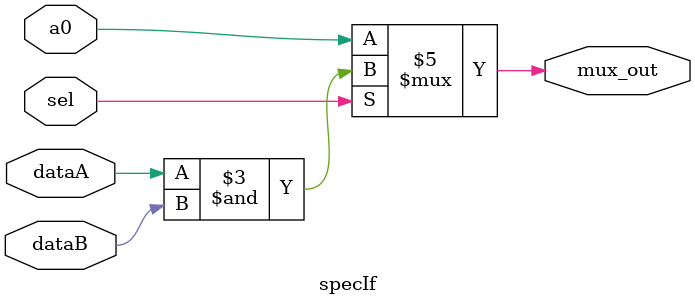
<source format=v>

module specIf(
dataA,
dataB,
a0,
sel,
mux_out
);

input dataA, dataB, a0, sel;
output mux_out;
reg mux_out;

always @ (sel or (dataA & dataB) or a0)
begin: MUX
if (sel == 1'b1) begin
  mux_out = (dataA & dataB);
end else begin
  mux_out = a0;
end
end

endmodule

</source>
